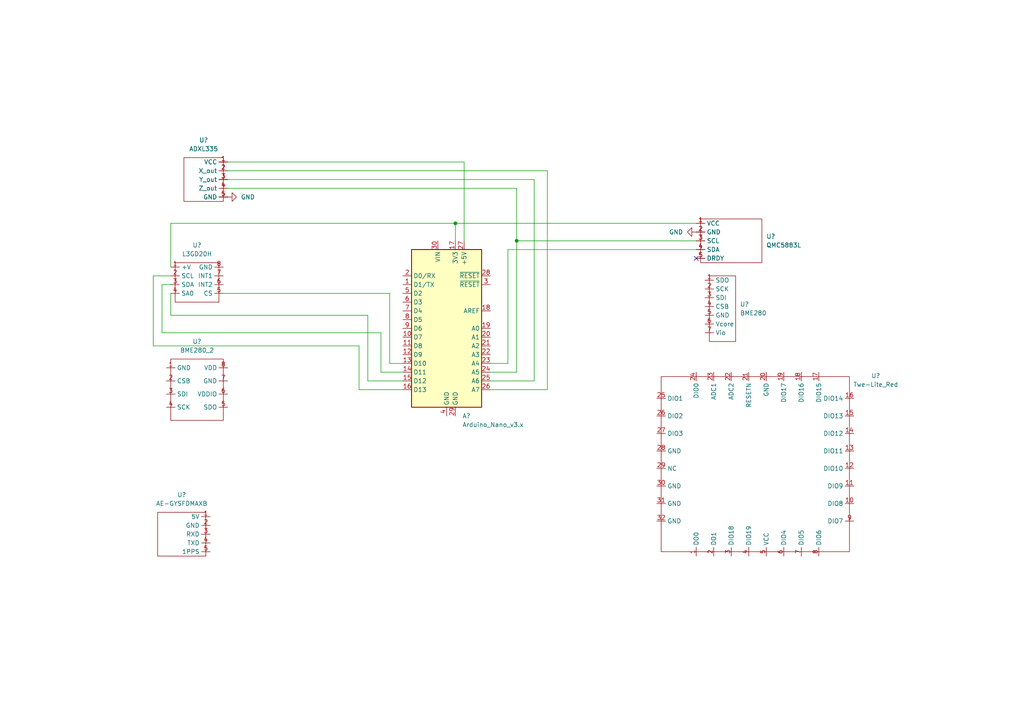
<source format=kicad_sch>
(kicad_sch (version 20211123) (generator eeschema)

  (uuid 5623eec2-c929-47fc-85e7-092547ea073c)

  (paper "A4")

  (lib_symbols
    (symbol "ADXL335:ADXL335" (in_bom yes) (on_board yes)
      (property "Reference" "U" (id 0) (at -2.54 -1.27 0)
        (effects (font (size 1.27 1.27)))
      )
      (property "Value" "ADXL335" (id 1) (at 3.81 1.27 0)
        (effects (font (size 1.27 1.27)))
      )
      (property "Footprint" "" (id 2) (at 0 0 0)
        (effects (font (size 1.27 1.27)) hide)
      )
      (property "Datasheet" "" (id 3) (at 0 0 0)
        (effects (font (size 1.27 1.27)) hide)
      )
      (symbol "ADXL335_0_1"
        (rectangle (start -2.54 -1.27) (end 8.89 -13.97)
          (stroke (width 0) (type default) (color 0 0 0 0))
          (fill (type none))
        )
      )
      (symbol "ADXL335_1_1"
        (pin bidirectional line (at 10.16 -2.54 180) (length 2.54)
          (name "VCC" (effects (font (size 1.27 1.27))))
          (number "1" (effects (font (size 1.27 1.27))))
        )
        (pin bidirectional line (at 10.16 -5.08 180) (length 2.54)
          (name "X_out" (effects (font (size 1.27 1.27))))
          (number "2" (effects (font (size 1.27 1.27))))
        )
        (pin bidirectional line (at 10.16 -7.62 180) (length 2.54)
          (name "Y_out" (effects (font (size 1.27 1.27))))
          (number "3" (effects (font (size 1.27 1.27))))
        )
        (pin bidirectional line (at 10.16 -10.16 180) (length 2.54)
          (name "Z_out" (effects (font (size 1.27 1.27))))
          (number "4" (effects (font (size 1.27 1.27))))
        )
        (pin bidirectional line (at 10.16 -12.7 180) (length 2.54)
          (name "GND" (effects (font (size 1.27 1.27))))
          (number "5" (effects (font (size 1.27 1.27))))
        )
      )
    )
    (symbol "AE-GYSFDMAXB:AE-GYSFDMAXB" (in_bom yes) (on_board yes)
      (property "Reference" "U" (id 0) (at -6.35 -3.81 0)
        (effects (font (size 1.27 1.27)))
      )
      (property "Value" "AE-GYSFDMAXB" (id 1) (at -2.54 2.54 0)
        (effects (font (size 1.27 1.27)))
      )
      (property "Footprint" "" (id 2) (at 0 0 0)
        (effects (font (size 1.27 1.27)) hide)
      )
      (property "Datasheet" "" (id 3) (at 0 0 0)
        (effects (font (size 1.27 1.27)) hide)
      )
      (symbol "AE-GYSFDMAXB_0_1"
        (rectangle (start -8.89 0) (end 5.08 -12.7)
          (stroke (width 0) (type default) (color 0 0 0 0))
          (fill (type none))
        )
      )
      (symbol "AE-GYSFDMAXB_1_1"
        (pin bidirectional line (at 6.35 -1.27 180) (length 2.54)
          (name "5V" (effects (font (size 1.27 1.27))))
          (number "1" (effects (font (size 1.27 1.27))))
        )
        (pin bidirectional line (at 6.35 -3.81 180) (length 2.54)
          (name "GND" (effects (font (size 1.27 1.27))))
          (number "2" (effects (font (size 1.27 1.27))))
        )
        (pin bidirectional line (at 6.35 -6.35 180) (length 2.54)
          (name "RXD" (effects (font (size 1.27 1.27))))
          (number "3" (effects (font (size 1.27 1.27))))
        )
        (pin bidirectional line (at 6.35 -8.89 180) (length 2.54)
          (name "TXD" (effects (font (size 1.27 1.27))))
          (number "4" (effects (font (size 1.27 1.27))))
        )
        (pin bidirectional line (at 6.35 -11.43 180) (length 2.54)
          (name "1PPS" (effects (font (size 1.27 1.27))))
          (number "5" (effects (font (size 1.27 1.27))))
        )
      )
    )
    (symbol "BME280:BME280" (in_bom yes) (on_board yes)
      (property "Reference" "U" (id 0) (at 3.81 0 0)
        (effects (font (size 1.27 1.27)))
      )
      (property "Value" "BME280" (id 1) (at 0 3.81 0)
        (effects (font (size 1.27 1.27)))
      )
      (property "Footprint" "" (id 2) (at 0 0 0)
        (effects (font (size 1.27 1.27)) hide)
      )
      (property "Datasheet" "" (id 3) (at 0 0 0)
        (effects (font (size 1.27 1.27)) hide)
      )
      (symbol "BME280_0_1"
        (rectangle (start -3.81 1.27) (end 3.81 -17.78)
          (stroke (width 0) (type default) (color 0 0 0 0))
          (fill (type none))
        )
      )
      (symbol "BME280_1_1"
        (pin bidirectional line (at -5.08 0 0) (length 2.54)
          (name "SDO" (effects (font (size 1.27 1.27))))
          (number "1" (effects (font (size 1.27 1.27))))
        )
        (pin bidirectional line (at -5.08 -2.54 0) (length 2.54)
          (name "SCK" (effects (font (size 1.27 1.27))))
          (number "2" (effects (font (size 1.27 1.27))))
        )
        (pin bidirectional line (at -5.08 -5.08 0) (length 2.54)
          (name "SDI" (effects (font (size 1.27 1.27))))
          (number "3" (effects (font (size 1.27 1.27))))
        )
        (pin bidirectional line (at -5.08 -7.62 0) (length 2.54)
          (name "CSB" (effects (font (size 1.27 1.27))))
          (number "4" (effects (font (size 1.27 1.27))))
        )
        (pin bidirectional line (at -5.08 -10.16 0) (length 2.54)
          (name "GND" (effects (font (size 1.27 1.27))))
          (number "5" (effects (font (size 1.27 1.27))))
        )
        (pin bidirectional line (at -5.08 -12.7 0) (length 2.54)
          (name "Vcore" (effects (font (size 1.27 1.27))))
          (number "6" (effects (font (size 1.27 1.27))))
        )
        (pin bidirectional line (at -5.08 -15.24 0) (length 2.54)
          (name "Vio" (effects (font (size 1.27 1.27))))
          (number "7" (effects (font (size 1.27 1.27))))
        )
      )
    )
    (symbol "BME280_2:BME280_2" (in_bom yes) (on_board yes)
      (property "Reference" "U" (id 0) (at 0 -3.81 0)
        (effects (font (size 1.27 1.27)))
      )
      (property "Value" "BME280_2" (id 1) (at 11.43 0 0)
        (effects (font (size 1.27 1.27)))
      )
      (property "Footprint" "" (id 2) (at 0 0 0)
        (effects (font (size 1.27 1.27)) hide)
      )
      (property "Datasheet" "" (id 3) (at 0 0 0)
        (effects (font (size 1.27 1.27)) hide)
      )
      (symbol "BME280_2_0_1"
        (rectangle (start -7.62 -3.81) (end 7.62 -21.59)
          (stroke (width 0) (type default) (color 0 0 0 0))
          (fill (type none))
        )
      )
      (symbol "BME280_2_1_1"
        (pin bidirectional line (at -8.89 -6.35 0) (length 2.54)
          (name "GND" (effects (font (size 1.27 1.27))))
          (number "1" (effects (font (size 1.27 1.27))))
        )
        (pin bidirectional line (at -8.89 -10.16 0) (length 2.54)
          (name "CSB" (effects (font (size 1.27 1.27))))
          (number "2" (effects (font (size 1.27 1.27))))
        )
        (pin bidirectional line (at -8.89 -13.97 0) (length 2.54)
          (name "SDI" (effects (font (size 1.27 1.27))))
          (number "3" (effects (font (size 1.27 1.27))))
        )
        (pin bidirectional line (at -8.89 -17.78 0) (length 2.54)
          (name "SCK" (effects (font (size 1.27 1.27))))
          (number "4" (effects (font (size 1.27 1.27))))
        )
        (pin bidirectional line (at 8.89 -17.78 180) (length 2.54)
          (name "SDO" (effects (font (size 1.27 1.27))))
          (number "5" (effects (font (size 1.27 1.27))))
        )
        (pin bidirectional line (at 8.89 -13.97 180) (length 2.54)
          (name "VDDIO" (effects (font (size 1.27 1.27))))
          (number "6" (effects (font (size 1.27 1.27))))
        )
        (pin bidirectional line (at 8.89 -10.16 180) (length 2.54)
          (name "GND" (effects (font (size 1.27 1.27))))
          (number "7" (effects (font (size 1.27 1.27))))
        )
        (pin bidirectional line (at 8.89 -6.35 180) (length 2.54)
          (name "VDD" (effects (font (size 1.27 1.27))))
          (number "8" (effects (font (size 1.27 1.27))))
        )
      )
    )
    (symbol "L3GD20H:L3GD20H" (in_bom yes) (on_board yes)
      (property "Reference" "U" (id 0) (at -1.27 -2.54 0)
        (effects (font (size 1.27 1.27)))
      )
      (property "Value" "L3GD20H" (id 1) (at 0 0 0)
        (effects (font (size 1.27 1.27)))
      )
      (property "Footprint" "" (id 2) (at 0 0 0)
        (effects (font (size 1.27 1.27)) hide)
      )
      (property "Datasheet" "" (id 3) (at 0 0 0)
        (effects (font (size 1.27 1.27)) hide)
      )
      (symbol "L3GD20H_0_1"
        (rectangle (start -6.35 -2.54) (end 6.35 -13.97)
          (stroke (width 0) (type default) (color 0 0 0 0))
          (fill (type none))
        )
      )
      (symbol "L3GD20H_1_1"
        (pin bidirectional line (at -7.62 -3.81 0) (length 2.54)
          (name "+V" (effects (font (size 1.27 1.27))))
          (number "1" (effects (font (size 1.27 1.27))))
        )
        (pin bidirectional line (at -7.62 -6.35 0) (length 2.54)
          (name "SCL" (effects (font (size 1.27 1.27))))
          (number "2" (effects (font (size 1.27 1.27))))
        )
        (pin bidirectional line (at -7.62 -8.89 0) (length 2.54)
          (name "SDA" (effects (font (size 1.27 1.27))))
          (number "3" (effects (font (size 1.27 1.27))))
        )
        (pin bidirectional line (at -7.62 -11.43 0) (length 2.54)
          (name "SA0" (effects (font (size 1.27 1.27))))
          (number "4" (effects (font (size 1.27 1.27))))
        )
        (pin bidirectional line (at 7.62 -11.43 180) (length 2.54)
          (name "CS" (effects (font (size 1.27 1.27))))
          (number "5" (effects (font (size 1.27 1.27))))
        )
        (pin bidirectional line (at 7.62 -8.89 180) (length 2.54)
          (name "INT2" (effects (font (size 1.27 1.27))))
          (number "6" (effects (font (size 1.27 1.27))))
        )
        (pin bidirectional line (at 7.62 -6.35 180) (length 2.54)
          (name "INT1" (effects (font (size 1.27 1.27))))
          (number "7" (effects (font (size 1.27 1.27))))
        )
        (pin bidirectional line (at 7.62 -3.81 180) (length 2.54)
          (name "GND" (effects (font (size 1.27 1.27))))
          (number "8" (effects (font (size 1.27 1.27))))
        )
      )
    )
    (symbol "MCU_Module:Arduino_Nano_v3.x" (in_bom yes) (on_board yes)
      (property "Reference" "A" (id 0) (at -10.16 23.495 0)
        (effects (font (size 1.27 1.27)) (justify left bottom))
      )
      (property "Value" "Arduino_Nano_v3.x" (id 1) (at 5.08 -24.13 0)
        (effects (font (size 1.27 1.27)) (justify left top))
      )
      (property "Footprint" "Module:Arduino_Nano" (id 2) (at 0 0 0)
        (effects (font (size 1.27 1.27) italic) hide)
      )
      (property "Datasheet" "http://www.mouser.com/pdfdocs/Gravitech_Arduino_Nano3_0.pdf" (id 3) (at 0 0 0)
        (effects (font (size 1.27 1.27)) hide)
      )
      (property "ki_keywords" "Arduino nano microcontroller module USB" (id 4) (at 0 0 0)
        (effects (font (size 1.27 1.27)) hide)
      )
      (property "ki_description" "Arduino Nano v3.x" (id 5) (at 0 0 0)
        (effects (font (size 1.27 1.27)) hide)
      )
      (property "ki_fp_filters" "Arduino*Nano*" (id 6) (at 0 0 0)
        (effects (font (size 1.27 1.27)) hide)
      )
      (symbol "Arduino_Nano_v3.x_0_1"
        (rectangle (start -10.16 22.86) (end 10.16 -22.86)
          (stroke (width 0.254) (type default) (color 0 0 0 0))
          (fill (type background))
        )
      )
      (symbol "Arduino_Nano_v3.x_1_1"
        (pin bidirectional line (at -12.7 12.7 0) (length 2.54)
          (name "D1/TX" (effects (font (size 1.27 1.27))))
          (number "1" (effects (font (size 1.27 1.27))))
        )
        (pin bidirectional line (at -12.7 -2.54 0) (length 2.54)
          (name "D7" (effects (font (size 1.27 1.27))))
          (number "10" (effects (font (size 1.27 1.27))))
        )
        (pin bidirectional line (at -12.7 -5.08 0) (length 2.54)
          (name "D8" (effects (font (size 1.27 1.27))))
          (number "11" (effects (font (size 1.27 1.27))))
        )
        (pin bidirectional line (at -12.7 -7.62 0) (length 2.54)
          (name "D9" (effects (font (size 1.27 1.27))))
          (number "12" (effects (font (size 1.27 1.27))))
        )
        (pin bidirectional line (at -12.7 -10.16 0) (length 2.54)
          (name "D10" (effects (font (size 1.27 1.27))))
          (number "13" (effects (font (size 1.27 1.27))))
        )
        (pin bidirectional line (at -12.7 -12.7 0) (length 2.54)
          (name "D11" (effects (font (size 1.27 1.27))))
          (number "14" (effects (font (size 1.27 1.27))))
        )
        (pin bidirectional line (at -12.7 -15.24 0) (length 2.54)
          (name "D12" (effects (font (size 1.27 1.27))))
          (number "15" (effects (font (size 1.27 1.27))))
        )
        (pin bidirectional line (at -12.7 -17.78 0) (length 2.54)
          (name "D13" (effects (font (size 1.27 1.27))))
          (number "16" (effects (font (size 1.27 1.27))))
        )
        (pin power_out line (at 2.54 25.4 270) (length 2.54)
          (name "3V3" (effects (font (size 1.27 1.27))))
          (number "17" (effects (font (size 1.27 1.27))))
        )
        (pin input line (at 12.7 5.08 180) (length 2.54)
          (name "AREF" (effects (font (size 1.27 1.27))))
          (number "18" (effects (font (size 1.27 1.27))))
        )
        (pin bidirectional line (at 12.7 0 180) (length 2.54)
          (name "A0" (effects (font (size 1.27 1.27))))
          (number "19" (effects (font (size 1.27 1.27))))
        )
        (pin bidirectional line (at -12.7 15.24 0) (length 2.54)
          (name "D0/RX" (effects (font (size 1.27 1.27))))
          (number "2" (effects (font (size 1.27 1.27))))
        )
        (pin bidirectional line (at 12.7 -2.54 180) (length 2.54)
          (name "A1" (effects (font (size 1.27 1.27))))
          (number "20" (effects (font (size 1.27 1.27))))
        )
        (pin bidirectional line (at 12.7 -5.08 180) (length 2.54)
          (name "A2" (effects (font (size 1.27 1.27))))
          (number "21" (effects (font (size 1.27 1.27))))
        )
        (pin bidirectional line (at 12.7 -7.62 180) (length 2.54)
          (name "A3" (effects (font (size 1.27 1.27))))
          (number "22" (effects (font (size 1.27 1.27))))
        )
        (pin bidirectional line (at 12.7 -10.16 180) (length 2.54)
          (name "A4" (effects (font (size 1.27 1.27))))
          (number "23" (effects (font (size 1.27 1.27))))
        )
        (pin bidirectional line (at 12.7 -12.7 180) (length 2.54)
          (name "A5" (effects (font (size 1.27 1.27))))
          (number "24" (effects (font (size 1.27 1.27))))
        )
        (pin bidirectional line (at 12.7 -15.24 180) (length 2.54)
          (name "A6" (effects (font (size 1.27 1.27))))
          (number "25" (effects (font (size 1.27 1.27))))
        )
        (pin bidirectional line (at 12.7 -17.78 180) (length 2.54)
          (name "A7" (effects (font (size 1.27 1.27))))
          (number "26" (effects (font (size 1.27 1.27))))
        )
        (pin power_out line (at 5.08 25.4 270) (length 2.54)
          (name "+5V" (effects (font (size 1.27 1.27))))
          (number "27" (effects (font (size 1.27 1.27))))
        )
        (pin input line (at 12.7 15.24 180) (length 2.54)
          (name "~{RESET}" (effects (font (size 1.27 1.27))))
          (number "28" (effects (font (size 1.27 1.27))))
        )
        (pin power_in line (at 2.54 -25.4 90) (length 2.54)
          (name "GND" (effects (font (size 1.27 1.27))))
          (number "29" (effects (font (size 1.27 1.27))))
        )
        (pin input line (at 12.7 12.7 180) (length 2.54)
          (name "~{RESET}" (effects (font (size 1.27 1.27))))
          (number "3" (effects (font (size 1.27 1.27))))
        )
        (pin power_in line (at -2.54 25.4 270) (length 2.54)
          (name "VIN" (effects (font (size 1.27 1.27))))
          (number "30" (effects (font (size 1.27 1.27))))
        )
        (pin power_in line (at 0 -25.4 90) (length 2.54)
          (name "GND" (effects (font (size 1.27 1.27))))
          (number "4" (effects (font (size 1.27 1.27))))
        )
        (pin bidirectional line (at -12.7 10.16 0) (length 2.54)
          (name "D2" (effects (font (size 1.27 1.27))))
          (number "5" (effects (font (size 1.27 1.27))))
        )
        (pin bidirectional line (at -12.7 7.62 0) (length 2.54)
          (name "D3" (effects (font (size 1.27 1.27))))
          (number "6" (effects (font (size 1.27 1.27))))
        )
        (pin bidirectional line (at -12.7 5.08 0) (length 2.54)
          (name "D4" (effects (font (size 1.27 1.27))))
          (number "7" (effects (font (size 1.27 1.27))))
        )
        (pin bidirectional line (at -12.7 2.54 0) (length 2.54)
          (name "D5" (effects (font (size 1.27 1.27))))
          (number "8" (effects (font (size 1.27 1.27))))
        )
        (pin bidirectional line (at -12.7 0 0) (length 2.54)
          (name "D6" (effects (font (size 1.27 1.27))))
          (number "9" (effects (font (size 1.27 1.27))))
        )
      )
    )
    (symbol "QMC5883L:QMC5883L" (in_bom yes) (on_board yes)
      (property "Reference" "U" (id 0) (at 10.16 -3.81 0)
        (effects (font (size 1.27 1.27)))
      )
      (property "Value" "QMC5883L" (id 1) (at 1.27 -2.54 0)
        (effects (font (size 1.27 1.27)))
      )
      (property "Footprint" "" (id 2) (at 0 0 0)
        (effects (font (size 1.27 1.27)) hide)
      )
      (property "Datasheet" "" (id 3) (at 0 0 0)
        (effects (font (size 1.27 1.27)) hide)
      )
      (symbol "QMC5883L_0_1"
        (rectangle (start -7.62 -3.81) (end 10.16 -16.51)
          (stroke (width 0) (type default) (color 0 0 0 0))
          (fill (type none))
        )
      )
      (symbol "QMC5883L_1_1"
        (pin bidirectional line (at -8.89 -5.08 0) (length 2.54)
          (name "VCC" (effects (font (size 1.27 1.27))))
          (number "1" (effects (font (size 1.27 1.27))))
        )
        (pin bidirectional line (at -8.89 -7.62 0) (length 2.54)
          (name "GND" (effects (font (size 1.27 1.27))))
          (number "2" (effects (font (size 1.27 1.27))))
        )
        (pin bidirectional line (at -8.89 -10.16 0) (length 2.54)
          (name "SCL" (effects (font (size 1.27 1.27))))
          (number "3" (effects (font (size 1.27 1.27))))
        )
        (pin bidirectional line (at -8.89 -12.7 0) (length 2.54)
          (name "SDA" (effects (font (size 1.27 1.27))))
          (number "4" (effects (font (size 1.27 1.27))))
        )
        (pin bidirectional line (at -8.89 -15.24 0) (length 2.54)
          (name "DRDY" (effects (font (size 1.27 1.27))))
          (number "5" (effects (font (size 1.27 1.27))))
        )
      )
    )
    (symbol "Twe-Lite Red:Twe-Lite_Red" (in_bom yes) (on_board yes)
      (property "Reference" "U" (id 0) (at 0 0 0)
        (effects (font (size 1.27 1.27)))
      )
      (property "Value" "Twe-Lite_Red" (id 1) (at 0 0 0)
        (effects (font (size 1.27 1.27)))
      )
      (property "Footprint" "" (id 2) (at 0 0 0)
        (effects (font (size 1.27 1.27)) hide)
      )
      (property "Datasheet" "" (id 3) (at 0 0 0)
        (effects (font (size 1.27 1.27)) hide)
      )
      (symbol "Twe-Lite_Red_0_1"
        (rectangle (start -31.75 -3.81) (end 22.86 -54.61)
          (stroke (width 0) (type default) (color 0 0 0 0))
          (fill (type none))
        )
      )
      (symbol "Twe-Lite_Red_1_1"
        (pin bidirectional line (at -21.59 -55.88 90) (length 2.54)
          (name "DO0" (effects (font (size 1.27 1.27))))
          (number "1" (effects (font (size 1.27 1.27))))
        )
        (pin bidirectional line (at 24.13 -40.64 180) (length 2.54)
          (name "DIO8" (effects (font (size 1.27 1.27))))
          (number "10" (effects (font (size 1.27 1.27))))
        )
        (pin bidirectional line (at 24.13 -35.56 180) (length 2.54)
          (name "DIO9" (effects (font (size 1.27 1.27))))
          (number "11" (effects (font (size 1.27 1.27))))
        )
        (pin bidirectional line (at 24.13 -30.48 180) (length 2.54)
          (name "DIO10" (effects (font (size 1.27 1.27))))
          (number "12" (effects (font (size 1.27 1.27))))
        )
        (pin bidirectional line (at 24.13 -25.4 180) (length 2.54)
          (name "DIO11" (effects (font (size 1.27 1.27))))
          (number "13" (effects (font (size 1.27 1.27))))
        )
        (pin bidirectional line (at 24.13 -20.32 180) (length 2.54)
          (name "DIO12" (effects (font (size 1.27 1.27))))
          (number "14" (effects (font (size 1.27 1.27))))
        )
        (pin bidirectional line (at 24.13 -15.24 180) (length 2.54)
          (name "DIO13" (effects (font (size 1.27 1.27))))
          (number "15" (effects (font (size 1.27 1.27))))
        )
        (pin bidirectional line (at 24.13 -10.16 180) (length 2.54)
          (name "DIO14" (effects (font (size 1.27 1.27))))
          (number "16" (effects (font (size 1.27 1.27))))
        )
        (pin bidirectional line (at 13.97 -2.54 270) (length 2.54)
          (name "DIO15" (effects (font (size 1.27 1.27))))
          (number "17" (effects (font (size 1.27 1.27))))
        )
        (pin bidirectional line (at 8.89 -2.54 270) (length 2.54)
          (name "DIO16" (effects (font (size 1.27 1.27))))
          (number "18" (effects (font (size 1.27 1.27))))
        )
        (pin bidirectional line (at 3.81 -2.54 270) (length 2.54)
          (name "DIO17" (effects (font (size 1.27 1.27))))
          (number "19" (effects (font (size 1.27 1.27))))
        )
        (pin bidirectional line (at -16.51 -55.88 90) (length 2.54)
          (name "DO1" (effects (font (size 1.27 1.27))))
          (number "2" (effects (font (size 1.27 1.27))))
        )
        (pin bidirectional line (at -1.27 -2.54 270) (length 2.54)
          (name "GND" (effects (font (size 1.27 1.27))))
          (number "20" (effects (font (size 1.27 1.27))))
        )
        (pin bidirectional line (at -6.35 -2.54 270) (length 2.54)
          (name "RESETN" (effects (font (size 1.27 1.27))))
          (number "21" (effects (font (size 1.27 1.27))))
        )
        (pin bidirectional line (at -11.43 -2.54 270) (length 2.54)
          (name "ADC2" (effects (font (size 1.27 1.27))))
          (number "22" (effects (font (size 1.27 1.27))))
        )
        (pin bidirectional line (at -16.51 -2.54 270) (length 2.54)
          (name "ADC1" (effects (font (size 1.27 1.27))))
          (number "23" (effects (font (size 1.27 1.27))))
        )
        (pin bidirectional line (at -21.59 -2.54 270) (length 2.54)
          (name "DIO0" (effects (font (size 1.27 1.27))))
          (number "24" (effects (font (size 1.27 1.27))))
        )
        (pin bidirectional line (at -33.02 -10.16 0) (length 2.54)
          (name "DIO1" (effects (font (size 1.27 1.27))))
          (number "25" (effects (font (size 1.27 1.27))))
        )
        (pin bidirectional line (at -33.02 -15.24 0) (length 2.54)
          (name "DIO2" (effects (font (size 1.27 1.27))))
          (number "26" (effects (font (size 1.27 1.27))))
        )
        (pin bidirectional line (at -33.02 -20.32 0) (length 2.54)
          (name "DIO3" (effects (font (size 1.27 1.27))))
          (number "27" (effects (font (size 1.27 1.27))))
        )
        (pin bidirectional line (at -33.02 -25.4 0) (length 2.54)
          (name "GND" (effects (font (size 1.27 1.27))))
          (number "28" (effects (font (size 1.27 1.27))))
        )
        (pin bidirectional line (at -33.02 -30.48 0) (length 2.54)
          (name "NC" (effects (font (size 1.27 1.27))))
          (number "29" (effects (font (size 1.27 1.27))))
        )
        (pin bidirectional line (at -11.43 -55.88 90) (length 2.54)
          (name "DIO18" (effects (font (size 1.27 1.27))))
          (number "3" (effects (font (size 1.27 1.27))))
        )
        (pin bidirectional line (at -33.02 -35.56 0) (length 2.54)
          (name "GND" (effects (font (size 1.27 1.27))))
          (number "30" (effects (font (size 1.27 1.27))))
        )
        (pin bidirectional line (at -33.02 -40.64 0) (length 2.54)
          (name "GND" (effects (font (size 1.27 1.27))))
          (number "31" (effects (font (size 1.27 1.27))))
        )
        (pin bidirectional line (at -33.02 -45.72 0) (length 2.54)
          (name "GND" (effects (font (size 1.27 1.27))))
          (number "32" (effects (font (size 1.27 1.27))))
        )
        (pin bidirectional line (at -6.35 -55.88 90) (length 2.54)
          (name "DIO19" (effects (font (size 1.27 1.27))))
          (number "4" (effects (font (size 1.27 1.27))))
        )
        (pin bidirectional line (at -1.27 -55.88 90) (length 2.54)
          (name "VCC" (effects (font (size 1.27 1.27))))
          (number "5" (effects (font (size 1.27 1.27))))
        )
        (pin bidirectional line (at 3.81 -55.88 90) (length 2.54)
          (name "DIO4" (effects (font (size 1.27 1.27))))
          (number "6" (effects (font (size 1.27 1.27))))
        )
        (pin bidirectional line (at 8.89 -55.88 90) (length 2.54)
          (name "DIO5" (effects (font (size 1.27 1.27))))
          (number "7" (effects (font (size 1.27 1.27))))
        )
        (pin bidirectional line (at 13.97 -55.88 90) (length 2.54)
          (name "DIO6" (effects (font (size 1.27 1.27))))
          (number "8" (effects (font (size 1.27 1.27))))
        )
        (pin bidirectional line (at 24.13 -45.72 180) (length 2.54)
          (name "DIO7" (effects (font (size 1.27 1.27))))
          (number "9" (effects (font (size 1.27 1.27))))
        )
      )
    )
    (symbol "power:GND" (power) (pin_names (offset 0)) (in_bom yes) (on_board yes)
      (property "Reference" "#PWR" (id 0) (at 0 -6.35 0)
        (effects (font (size 1.27 1.27)) hide)
      )
      (property "Value" "GND" (id 1) (at 0 -3.81 0)
        (effects (font (size 1.27 1.27)))
      )
      (property "Footprint" "" (id 2) (at 0 0 0)
        (effects (font (size 1.27 1.27)) hide)
      )
      (property "Datasheet" "" (id 3) (at 0 0 0)
        (effects (font (size 1.27 1.27)) hide)
      )
      (property "ki_keywords" "power-flag" (id 4) (at 0 0 0)
        (effects (font (size 1.27 1.27)) hide)
      )
      (property "ki_description" "Power symbol creates a global label with name \"GND\" , ground" (id 5) (at 0 0 0)
        (effects (font (size 1.27 1.27)) hide)
      )
      (symbol "GND_0_1"
        (polyline
          (pts
            (xy 0 0)
            (xy 0 -1.27)
            (xy 1.27 -1.27)
            (xy 0 -2.54)
            (xy -1.27 -1.27)
            (xy 0 -1.27)
          )
          (stroke (width 0) (type default) (color 0 0 0 0))
          (fill (type none))
        )
      )
      (symbol "GND_1_1"
        (pin power_in line (at 0 0 270) (length 0) hide
          (name "GND" (effects (font (size 1.27 1.27))))
          (number "1" (effects (font (size 1.27 1.27))))
        )
      )
    )
  )

  (junction (at 132.08 64.77) (diameter 0) (color 0 0 0 0)
    (uuid 486301f7-6405-4db5-b764-9dea89089551)
  )
  (junction (at 149.86 69.85) (diameter 0) (color 0 0 0 0)
    (uuid 9a7ba253-40b5-492d-b491-aa37778119d6)
  )

  (no_connect (at 201.93 74.93) (uuid 6c5b11cd-014b-4131-9feb-051f3a302284))

  (wire (pts (xy 104.14 113.03) (xy 116.84 113.03))
    (stroke (width 0) (type default) (color 0 0 0 0))
    (uuid 022495bc-1b6f-48dd-a238-73125457f7b3)
  )
  (wire (pts (xy 158.75 49.53) (xy 158.75 113.03))
    (stroke (width 0) (type default) (color 0 0 0 0))
    (uuid 06e237c6-447d-4824-9be7-11484434503e)
  )
  (wire (pts (xy 49.53 82.55) (xy 46.99 82.55))
    (stroke (width 0) (type default) (color 0 0 0 0))
    (uuid 0a7a2b9d-9b0e-43c7-ba52-6d57e414d54b)
  )
  (wire (pts (xy 134.62 46.99) (xy 134.62 69.85))
    (stroke (width 0) (type default) (color 0 0 0 0))
    (uuid 0f95d0a3-0d1a-4077-8b40-781f7ea3e0ff)
  )
  (wire (pts (xy 149.86 54.61) (xy 149.86 69.85))
    (stroke (width 0) (type default) (color 0 0 0 0))
    (uuid 0fab58d8-fcd4-49f1-9785-0aa1dd04c737)
  )
  (wire (pts (xy 49.53 64.77) (xy 132.08 64.77))
    (stroke (width 0) (type default) (color 0 0 0 0))
    (uuid 1315a6ef-167c-4062-91d8-e500008636d8)
  )
  (wire (pts (xy 132.08 64.77) (xy 132.08 69.85))
    (stroke (width 0) (type default) (color 0 0 0 0))
    (uuid 16acb4be-d0b1-48ca-8188-dc4d53dfd468)
  )
  (wire (pts (xy 110.49 107.95) (xy 116.84 107.95))
    (stroke (width 0) (type default) (color 0 0 0 0))
    (uuid 18778b78-e6a3-4304-9ec9-ffe704292a58)
  )
  (wire (pts (xy 110.49 96.52) (xy 110.49 107.95))
    (stroke (width 0) (type default) (color 0 0 0 0))
    (uuid 1e968148-bbd3-46c2-932d-ee15f524c0af)
  )
  (wire (pts (xy 64.77 85.09) (xy 113.03 85.09))
    (stroke (width 0) (type default) (color 0 0 0 0))
    (uuid 1f07a1a9-eb2a-47b1-8f0f-961eb14952f9)
  )
  (wire (pts (xy 44.45 100.33) (xy 104.14 100.33))
    (stroke (width 0) (type default) (color 0 0 0 0))
    (uuid 2958bcd1-0211-4e5d-b543-9e62c9a286d4)
  )
  (wire (pts (xy 104.14 100.33) (xy 104.14 113.03))
    (stroke (width 0) (type default) (color 0 0 0 0))
    (uuid 29cddecb-f6cd-4a10-80fb-903d2be54cde)
  )
  (wire (pts (xy 113.03 85.09) (xy 113.03 105.41))
    (stroke (width 0) (type default) (color 0 0 0 0))
    (uuid 3747be85-c9ec-4f14-bd2a-da40cf749141)
  )
  (wire (pts (xy 113.03 105.41) (xy 116.84 105.41))
    (stroke (width 0) (type default) (color 0 0 0 0))
    (uuid 3f24feab-527a-4544-a411-141770d44179)
  )
  (wire (pts (xy 49.53 85.09) (xy 49.53 91.44))
    (stroke (width 0) (type default) (color 0 0 0 0))
    (uuid 4923216e-7e9e-4f52-b477-0e21c2af5dc9)
  )
  (wire (pts (xy 201.93 64.77) (xy 132.08 64.77))
    (stroke (width 0) (type default) (color 0 0 0 0))
    (uuid 4a7f82d5-61bb-41a8-8071-120afde84f74)
  )
  (wire (pts (xy 154.94 52.07) (xy 154.94 110.49))
    (stroke (width 0) (type default) (color 0 0 0 0))
    (uuid 50025403-c1ba-4a63-a0fa-430d0c238c8b)
  )
  (wire (pts (xy 66.04 52.07) (xy 154.94 52.07))
    (stroke (width 0) (type default) (color 0 0 0 0))
    (uuid 611a6368-1cd9-443b-9426-beb6e766c08e)
  )
  (wire (pts (xy 66.04 54.61) (xy 149.86 54.61))
    (stroke (width 0) (type default) (color 0 0 0 0))
    (uuid 6a599059-d5bd-4ee8-a6c1-d07ec00b39d6)
  )
  (wire (pts (xy 46.99 96.52) (xy 110.49 96.52))
    (stroke (width 0) (type default) (color 0 0 0 0))
    (uuid 7b05fe8d-85e3-4f5e-b8c8-0b64482acc5b)
  )
  (wire (pts (xy 154.94 110.49) (xy 142.24 110.49))
    (stroke (width 0) (type default) (color 0 0 0 0))
    (uuid 7bb59d53-b0fb-4f24-b890-3a3fb86fc366)
  )
  (wire (pts (xy 147.32 72.39) (xy 147.32 105.41))
    (stroke (width 0) (type default) (color 0 0 0 0))
    (uuid 81d339f0-6a9b-4088-9335-c40a62a76f0c)
  )
  (wire (pts (xy 49.53 77.47) (xy 49.53 64.77))
    (stroke (width 0) (type default) (color 0 0 0 0))
    (uuid 898c3cff-5c0c-4128-8681-eb40a45c9a48)
  )
  (wire (pts (xy 106.68 110.49) (xy 116.84 110.49))
    (stroke (width 0) (type default) (color 0 0 0 0))
    (uuid abd6716b-0e17-4c53-8593-dbebfbc71129)
  )
  (wire (pts (xy 147.32 105.41) (xy 142.24 105.41))
    (stroke (width 0) (type default) (color 0 0 0 0))
    (uuid ad301970-db54-4cf6-a0aa-cd1162778538)
  )
  (wire (pts (xy 46.99 82.55) (xy 46.99 96.52))
    (stroke (width 0) (type default) (color 0 0 0 0))
    (uuid b138a3e5-cd9d-466b-a990-da931710d07a)
  )
  (wire (pts (xy 149.86 69.85) (xy 201.93 69.85))
    (stroke (width 0) (type default) (color 0 0 0 0))
    (uuid bec21bdb-55bb-4508-ada9-243a19cbaddb)
  )
  (wire (pts (xy 158.75 113.03) (xy 142.24 113.03))
    (stroke (width 0) (type default) (color 0 0 0 0))
    (uuid c877e99c-7086-45a7-9081-38e628d70d48)
  )
  (wire (pts (xy 201.93 72.39) (xy 147.32 72.39))
    (stroke (width 0) (type default) (color 0 0 0 0))
    (uuid c91981d3-6617-43d8-82ea-9599687e506c)
  )
  (wire (pts (xy 149.86 107.95) (xy 142.24 107.95))
    (stroke (width 0) (type default) (color 0 0 0 0))
    (uuid c9c62edf-6bce-4754-bb40-80ae998c654f)
  )
  (wire (pts (xy 106.68 91.44) (xy 106.68 110.49))
    (stroke (width 0) (type default) (color 0 0 0 0))
    (uuid d03849e8-7957-4c03-9551-72533120fb1c)
  )
  (wire (pts (xy 44.45 80.01) (xy 44.45 100.33))
    (stroke (width 0) (type default) (color 0 0 0 0))
    (uuid d162f1e7-d25a-433f-8930-e9bdb705d13c)
  )
  (wire (pts (xy 49.53 80.01) (xy 44.45 80.01))
    (stroke (width 0) (type default) (color 0 0 0 0))
    (uuid d974c47d-7820-4125-8e7c-40e6550f556d)
  )
  (wire (pts (xy 66.04 46.99) (xy 134.62 46.99))
    (stroke (width 0) (type default) (color 0 0 0 0))
    (uuid dd5f7a20-eb21-4c9e-8be9-581f19b1f1c4)
  )
  (wire (pts (xy 49.53 91.44) (xy 106.68 91.44))
    (stroke (width 0) (type default) (color 0 0 0 0))
    (uuid f09232c7-cbf5-448e-bbfc-cc983d01de8c)
  )
  (wire (pts (xy 66.04 49.53) (xy 158.75 49.53))
    (stroke (width 0) (type default) (color 0 0 0 0))
    (uuid f18971d6-a6e4-4fa2-8ce6-723813d4ac2c)
  )
  (wire (pts (xy 149.86 69.85) (xy 149.86 107.95))
    (stroke (width 0) (type default) (color 0 0 0 0))
    (uuid fe8c5144-b3bd-44d5-9393-488b1d298433)
  )

  (symbol (lib_id "power:GND") (at 201.93 67.31 270) (unit 1)
    (in_bom yes) (on_board yes) (fields_autoplaced)
    (uuid 09ecb505-cbc1-4b8d-81b9-f298f67f280c)
    (property "Reference" "#PWR?" (id 0) (at 195.58 67.31 0)
      (effects (font (size 1.27 1.27)) hide)
    )
    (property "Value" "GND" (id 1) (at 198.12 67.3099 90)
      (effects (font (size 1.27 1.27)) (justify right))
    )
    (property "Footprint" "" (id 2) (at 201.93 67.31 0)
      (effects (font (size 1.27 1.27)) hide)
    )
    (property "Datasheet" "" (id 3) (at 201.93 67.31 0)
      (effects (font (size 1.27 1.27)) hide)
    )
    (pin "1" (uuid 916f6109-6f74-4673-bc30-e305dfeed6c9))
  )

  (symbol (lib_id "BME280:BME280") (at 209.55 81.28 0) (unit 1)
    (in_bom yes) (on_board yes) (fields_autoplaced)
    (uuid 1d42b281-301b-4adf-9af6-0cb38981d44a)
    (property "Reference" "U?" (id 0) (at 214.63 88.2649 0)
      (effects (font (size 1.27 1.27)) (justify left))
    )
    (property "Value" "BME280" (id 1) (at 214.63 90.8049 0)
      (effects (font (size 1.27 1.27)) (justify left))
    )
    (property "Footprint" "" (id 2) (at 209.55 81.28 0)
      (effects (font (size 1.27 1.27)) hide)
    )
    (property "Datasheet" "" (id 3) (at 209.55 81.28 0)
      (effects (font (size 1.27 1.27)) hide)
    )
    (pin "1" (uuid b34a2576-8d64-4547-a83c-3581696f07a5))
    (pin "2" (uuid 60fc0453-364b-475e-b396-8ea686ea9e01))
    (pin "3" (uuid f8d7e705-6050-4b43-8ac8-54ca9f13d1ce))
    (pin "4" (uuid 9671482a-ba92-4684-8913-9d20b6afc61d))
    (pin "5" (uuid 0a76a774-8705-4a3d-a073-e0cece73bc60))
    (pin "6" (uuid 3f43831c-23ba-45c2-9484-d9f3edea85b3))
    (pin "7" (uuid 478c255e-577d-4338-b744-b2adea5d5e4d))
  )

  (symbol (lib_id "AE-GYSFDMAXB:AE-GYSFDMAXB") (at 54.61 148.59 0) (unit 1)
    (in_bom yes) (on_board yes) (fields_autoplaced)
    (uuid 2d0d528c-2e92-4462-8ca1-677ac77cb7c7)
    (property "Reference" "U?" (id 0) (at 52.705 143.51 0))
    (property "Value" "AE-GYSFDMAXB" (id 1) (at 52.705 146.05 0))
    (property "Footprint" "" (id 2) (at 54.61 148.59 0)
      (effects (font (size 1.27 1.27)) hide)
    )
    (property "Datasheet" "" (id 3) (at 54.61 148.59 0)
      (effects (font (size 1.27 1.27)) hide)
    )
    (pin "1" (uuid 1bc7921f-944b-46a3-a180-3cef9a3e7487))
    (pin "2" (uuid ca50536d-97d8-4e3d-b0ae-1d3835aa63f8))
    (pin "3" (uuid 2b939c15-8788-4163-a66d-03c9437ed67b))
    (pin "4" (uuid 066198eb-79c0-465e-b2a3-88733a58c234))
    (pin "5" (uuid 9067fc92-5033-4c2c-b29c-83761c80bf34))
  )

  (symbol (lib_id "QMC5883L:QMC5883L") (at 210.82 59.69 0) (unit 1)
    (in_bom yes) (on_board yes) (fields_autoplaced)
    (uuid 5faa8526-6821-49cd-a56c-914820a243cf)
    (property "Reference" "U?" (id 0) (at 222.25 68.5799 0)
      (effects (font (size 1.27 1.27)) (justify left))
    )
    (property "Value" "QMC5883L" (id 1) (at 222.25 71.1199 0)
      (effects (font (size 1.27 1.27)) (justify left))
    )
    (property "Footprint" "" (id 2) (at 210.82 59.69 0)
      (effects (font (size 1.27 1.27)) hide)
    )
    (property "Datasheet" "" (id 3) (at 210.82 59.69 0)
      (effects (font (size 1.27 1.27)) hide)
    )
    (pin "1" (uuid 39bd97c5-7941-4e87-ae99-6535705185c8))
    (pin "2" (uuid 7af11127-b989-4a3e-9307-26ac9d4c326a))
    (pin "3" (uuid c9280abd-a1a7-4cb6-8212-4fa40c6fcf39))
    (pin "4" (uuid de7c7d39-fd53-4dd7-beea-337d7c032a45))
    (pin "5" (uuid f3c1ca38-93e4-4672-9706-c3c596f84ed2))
  )

  (symbol (lib_id "Twe-Lite Red:Twe-Lite_Red") (at 223.52 105.41 0) (unit 1)
    (in_bom yes) (on_board yes) (fields_autoplaced)
    (uuid 9003ce0e-a513-401e-b05c-4834330bf001)
    (property "Reference" "U?" (id 0) (at 254 108.9912 0))
    (property "Value" "Twe-Lite_Red" (id 1) (at 254 111.5312 0))
    (property "Footprint" "" (id 2) (at 223.52 105.41 0)
      (effects (font (size 1.27 1.27)) hide)
    )
    (property "Datasheet" "" (id 3) (at 223.52 105.41 0)
      (effects (font (size 1.27 1.27)) hide)
    )
    (pin "1" (uuid b6823757-90c0-4564-abc3-330e9509ba91))
    (pin "10" (uuid e5e005f2-b2fe-40e6-b5fd-dde8cfeefff9))
    (pin "11" (uuid fda301ac-4c07-4b82-bacf-95fac07d0488))
    (pin "12" (uuid c3499c21-dcec-46b4-9a8f-25c08070b8e9))
    (pin "13" (uuid 3b02e851-4772-4c21-af7b-1448c3b12d36))
    (pin "14" (uuid 2dc3c204-c242-400c-81ed-fad2d6326697))
    (pin "15" (uuid 3c500947-6ce2-40c5-bdb2-64e1927ce02d))
    (pin "16" (uuid 5cb56900-24b4-4eba-988d-a86127903f71))
    (pin "17" (uuid 1b27bde6-58e4-49ea-ae86-efb2e4fc97d4))
    (pin "18" (uuid 491d235a-4f03-42de-919e-92ec569a5c2c))
    (pin "19" (uuid e3158a11-5177-4e56-94d5-3984c7ec99fd))
    (pin "2" (uuid de8f7724-77f4-41ec-90ea-230eb72bdc28))
    (pin "20" (uuid 8b4fd1c2-f192-4254-b739-4c25c5e64edb))
    (pin "21" (uuid 824a57e6-551f-4fae-b113-d24e2495d9df))
    (pin "22" (uuid 245c6af3-fe9b-4b8e-be33-d114d7501e95))
    (pin "23" (uuid 5468f374-81e9-4e30-bd64-ca61b92adfad))
    (pin "24" (uuid bb17e75c-87e9-4e72-adc1-47afc8a61803))
    (pin "25" (uuid b8a6591a-abd3-4327-b412-27dab3b06b85))
    (pin "26" (uuid cd2c531c-8d02-40a3-8a89-1a001bfe8386))
    (pin "27" (uuid 2ae1ae46-ff2d-44d7-ae93-26710b449b5c))
    (pin "28" (uuid 52478de7-ac25-4b59-a4be-f43ca9067cca))
    (pin "29" (uuid 2243ab22-6bc3-43b5-b2de-c56ac1a33f7e))
    (pin "3" (uuid 6b6f77a8-f0c2-4415-b04d-b33568453cc4))
    (pin "30" (uuid 85763158-e885-41c6-9493-c148edfa7bcd))
    (pin "31" (uuid ee51409a-7387-46fd-8402-c48df804282b))
    (pin "32" (uuid dd580dc7-5e20-49b4-aa2e-c76a429c528a))
    (pin "4" (uuid 34d6f1ab-e7e4-4d31-a7cf-fc1da0e9bcb4))
    (pin "5" (uuid a59a1f6f-2ea5-43cd-9913-b368c57c516e))
    (pin "6" (uuid 98f389b8-6af4-4b55-ad43-80e2fb8bacb8))
    (pin "7" (uuid 397dbee9-3784-45ef-ace9-41888e2946c1))
    (pin "8" (uuid 52f918ad-e4c2-44d1-8cd5-6c00c2bd1006))
    (pin "9" (uuid c7cb32fe-e0f5-4a8c-a7dd-d3e270e11b30))
  )

  (symbol (lib_id "L3GD20H:L3GD20H") (at 57.15 73.66 0) (unit 1)
    (in_bom yes) (on_board yes) (fields_autoplaced)
    (uuid bc0d90d2-88b1-4bd1-8509-e9dfca054d3e)
    (property "Reference" "U?" (id 0) (at 57.15 71.12 0))
    (property "Value" "L3GD20H" (id 1) (at 57.15 73.66 0))
    (property "Footprint" "" (id 2) (at 57.15 73.66 0)
      (effects (font (size 1.27 1.27)) hide)
    )
    (property "Datasheet" "" (id 3) (at 57.15 73.66 0)
      (effects (font (size 1.27 1.27)) hide)
    )
    (pin "1" (uuid 9cc6a79f-8d36-40c2-9972-f5e1ff40af23))
    (pin "2" (uuid 302ebb30-b6dc-4aa6-884c-b3ee7ce4493b))
    (pin "3" (uuid 3a92a1cf-d85d-464c-ac84-fadbf0475f54))
    (pin "4" (uuid 95be382b-d697-41b3-a58b-cd9cedba13d6))
    (pin "5" (uuid 02a1bc93-9bdb-4dde-b71e-79f95cdb43c2))
    (pin "6" (uuid 81b2356d-ed8d-4ec1-938a-b1c43609566d))
    (pin "7" (uuid 0112dd8e-42ab-4c69-8894-a23b6ea8e9a0))
    (pin "8" (uuid cc3fbf73-a40a-4f54-9db2-4414fabb4d5d))
  )

  (symbol (lib_id "power:GND") (at 66.04 57.15 90) (unit 1)
    (in_bom yes) (on_board yes) (fields_autoplaced)
    (uuid be04658c-6e7b-4e7c-8e58-85f065dc9a2b)
    (property "Reference" "#PWR?" (id 0) (at 72.39 57.15 0)
      (effects (font (size 1.27 1.27)) hide)
    )
    (property "Value" "GND" (id 1) (at 69.85 57.1499 90)
      (effects (font (size 1.27 1.27)) (justify right))
    )
    (property "Footprint" "" (id 2) (at 66.04 57.15 0)
      (effects (font (size 1.27 1.27)) hide)
    )
    (property "Datasheet" "" (id 3) (at 66.04 57.15 0)
      (effects (font (size 1.27 1.27)) hide)
    )
    (pin "1" (uuid 5dfe3265-f5d3-4332-88e4-eb2b14303242))
  )

  (symbol (lib_id "MCU_Module:Arduino_Nano_v3.x") (at 129.54 95.25 0) (unit 1)
    (in_bom yes) (on_board yes) (fields_autoplaced)
    (uuid bebd9d97-deff-44af-99fa-cef5baefa8b2)
    (property "Reference" "A?" (id 0) (at 134.0994 120.65 0)
      (effects (font (size 1.27 1.27)) (justify left))
    )
    (property "Value" "Arduino_Nano_v3.x" (id 1) (at 134.0994 123.19 0)
      (effects (font (size 1.27 1.27)) (justify left))
    )
    (property "Footprint" "Module:Arduino_Nano" (id 2) (at 129.54 95.25 0)
      (effects (font (size 1.27 1.27) italic) hide)
    )
    (property "Datasheet" "http://www.mouser.com/pdfdocs/Gravitech_Arduino_Nano3_0.pdf" (id 3) (at 129.54 95.25 0)
      (effects (font (size 1.27 1.27)) hide)
    )
    (pin "1" (uuid 51b8812d-7dae-4177-a5df-580a7b69e71a))
    (pin "10" (uuid 00f75b88-4505-4c91-b9b0-ef45a96bd455))
    (pin "11" (uuid 209de422-7b5c-465a-a0db-4f53ef484ab6))
    (pin "12" (uuid de273031-82a1-4555-8e87-3fd95087801f))
    (pin "13" (uuid 1a762272-6c1a-4270-bd37-ac502bbf40ca))
    (pin "14" (uuid 796321da-defa-4e90-9555-09136f68c384))
    (pin "15" (uuid 311673a2-f952-4118-ab4a-efdb9f885a4c))
    (pin "16" (uuid e18dbc6d-d6be-4aee-b70b-3b49c9dd03a6))
    (pin "17" (uuid 0041c10c-6161-42a2-a3ef-c0df7d28179e))
    (pin "18" (uuid 24f254ef-df6c-4754-b601-341bb458b794))
    (pin "19" (uuid 7a119dc1-af7b-454f-beb3-4a4b92d6d364))
    (pin "2" (uuid dc9a24a5-7447-4622-8e69-8937a9bbcb52))
    (pin "20" (uuid c5122b5d-3f4b-46ca-800d-17747a4a70a4))
    (pin "21" (uuid 7c1af405-a214-4cd9-bf59-9958cabdf2dd))
    (pin "22" (uuid a1b0f16d-7518-44a1-b362-701c146ee2bf))
    (pin "23" (uuid c8cc67d8-8930-47cd-a300-8ab103e7af6b))
    (pin "24" (uuid 61da7409-6fc0-4292-bebd-52a05ca852c9))
    (pin "25" (uuid f0b37b96-c39d-4feb-a564-0cd8c2615501))
    (pin "26" (uuid c89686b3-6a5c-48e9-8ffc-bdf98ad4f4b8))
    (pin "27" (uuid 6ff92c1e-bab0-41c3-9714-5e759ba78109))
    (pin "28" (uuid 3e521cd5-6fc3-4314-b625-d77e91cbfb21))
    (pin "29" (uuid fed255e6-8df7-4036-82ba-a3f1ca49e43c))
    (pin "3" (uuid 40ae8c4e-4e78-488d-b1cc-3ae6bb76d2b5))
    (pin "30" (uuid 3947f2b2-3eaa-40c4-8887-35b0f399b5fb))
    (pin "4" (uuid f4311e98-5d61-4768-8698-c1d7daa6fd02))
    (pin "5" (uuid 720cfb66-88e5-4abd-b884-bf7dd4493a7a))
    (pin "6" (uuid 1441d628-24ef-4848-8863-5dc8552b3c8d))
    (pin "7" (uuid 3b6524bd-8a7e-44e3-a3b4-5f750557ae11))
    (pin "8" (uuid 16f95055-6a5c-410a-a0fc-5dad0f2f4314))
    (pin "9" (uuid f1956757-3ef6-42e8-bacf-24b049a0177f))
  )

  (symbol (lib_id "BME280_2:BME280_2") (at 57.15 100.33 0) (unit 1)
    (in_bom yes) (on_board yes) (fields_autoplaced)
    (uuid d1d2460c-1407-443d-9917-d9cbab9df323)
    (property "Reference" "U?" (id 0) (at 57.15 99.06 0))
    (property "Value" "BME280_2" (id 1) (at 57.15 101.6 0))
    (property "Footprint" "" (id 2) (at 57.15 100.33 0)
      (effects (font (size 1.27 1.27)) hide)
    )
    (property "Datasheet" "" (id 3) (at 57.15 100.33 0)
      (effects (font (size 1.27 1.27)) hide)
    )
    (pin "1" (uuid 3efd68bd-33b9-43da-8231-c572dc56417b))
    (pin "2" (uuid 282a2ae1-7ef8-48b3-9f5b-9aa57e7e7b96))
    (pin "3" (uuid c193b7a3-2710-4abb-9f9f-7940745ce3b3))
    (pin "4" (uuid f5717ec9-84c5-42e8-8332-b6460f09de4b))
    (pin "5" (uuid c08a2a17-70e8-4fa0-a4e3-46c34cb87613))
    (pin "6" (uuid 7077c836-da6d-4017-919a-99e22b9976c7))
    (pin "7" (uuid 0696f1a0-016a-46ec-aed6-c0bcb26d1d8f))
    (pin "8" (uuid 70e25d5a-d271-4730-a422-7f3c2170c11a))
  )

  (symbol (lib_id "ADXL335:ADXL335") (at 55.88 44.45 0) (unit 1)
    (in_bom yes) (on_board yes) (fields_autoplaced)
    (uuid fbb8072e-299e-4116-9608-c67dadedea15)
    (property "Reference" "U?" (id 0) (at 59.055 40.64 0))
    (property "Value" "ADXL335" (id 1) (at 59.055 43.18 0))
    (property "Footprint" "" (id 2) (at 55.88 44.45 0)
      (effects (font (size 1.27 1.27)) hide)
    )
    (property "Datasheet" "" (id 3) (at 55.88 44.45 0)
      (effects (font (size 1.27 1.27)) hide)
    )
    (pin "1" (uuid a1e95087-13fe-41ab-a15a-f70710d373f0))
    (pin "2" (uuid 8e617bd7-bfe2-4e5e-b0ed-0dd23d6e2087))
    (pin "3" (uuid df318a96-c048-46e0-b53b-58c6a6d125ce))
    (pin "4" (uuid 15ac697a-d5eb-4313-9117-209a75ed9750))
    (pin "5" (uuid 8a83c56f-0ca9-45d1-bacb-f5c1301ea8b0))
  )

  (sheet_instances
    (path "/" (page "1"))
  )

  (symbol_instances
    (path "/09ecb505-cbc1-4b8d-81b9-f298f67f280c"
      (reference "#PWR?") (unit 1) (value "GND") (footprint "")
    )
    (path "/be04658c-6e7b-4e7c-8e58-85f065dc9a2b"
      (reference "#PWR?") (unit 1) (value "GND") (footprint "")
    )
    (path "/bebd9d97-deff-44af-99fa-cef5baefa8b2"
      (reference "A?") (unit 1) (value "Arduino_Nano_v3.x") (footprint "Module:Arduino_Nano")
    )
    (path "/1d42b281-301b-4adf-9af6-0cb38981d44a"
      (reference "U?") (unit 1) (value "BME280") (footprint "")
    )
    (path "/2d0d528c-2e92-4462-8ca1-677ac77cb7c7"
      (reference "U?") (unit 1) (value "AE-GYSFDMAXB") (footprint "")
    )
    (path "/5faa8526-6821-49cd-a56c-914820a243cf"
      (reference "U?") (unit 1) (value "QMC5883L") (footprint "")
    )
    (path "/9003ce0e-a513-401e-b05c-4834330bf001"
      (reference "U?") (unit 1) (value "Twe-Lite_Red") (footprint "")
    )
    (path "/bc0d90d2-88b1-4bd1-8509-e9dfca054d3e"
      (reference "U?") (unit 1) (value "L3GD20H") (footprint "")
    )
    (path "/d1d2460c-1407-443d-9917-d9cbab9df323"
      (reference "U?") (unit 1) (value "BME280_2") (footprint "")
    )
    (path "/fbb8072e-299e-4116-9608-c67dadedea15"
      (reference "U?") (unit 1) (value "ADXL335") (footprint "")
    )
  )
)

</source>
